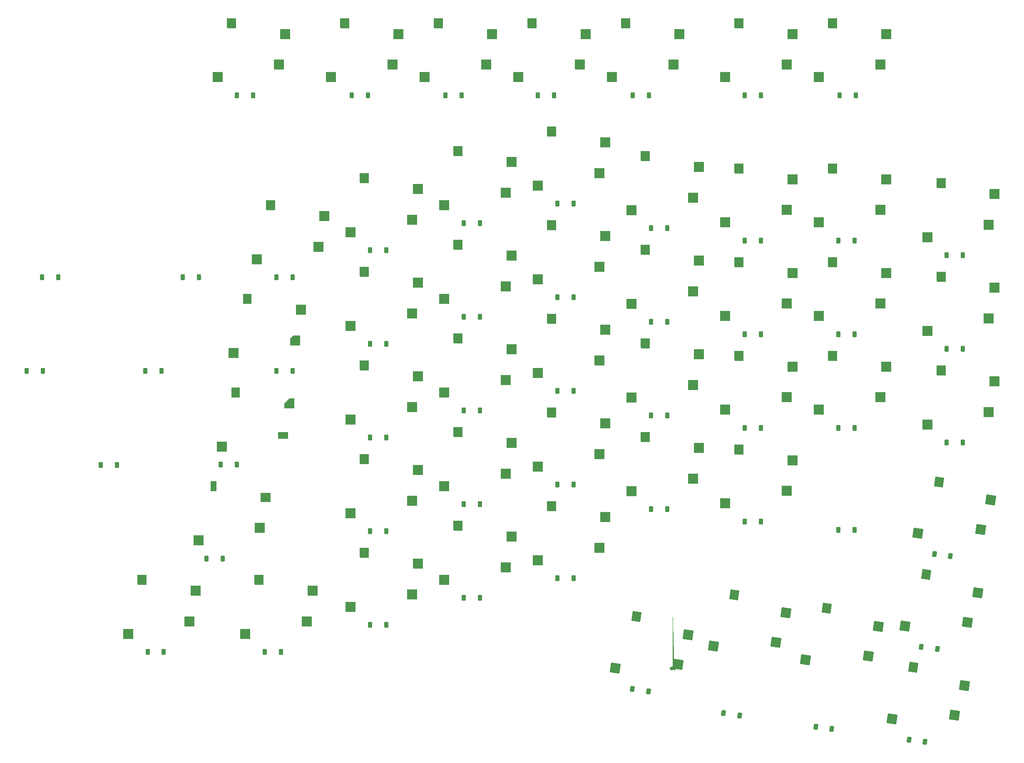
<source format=gbp>
%TF.GenerationSoftware,KiCad,Pcbnew,8.0.2*%
%TF.CreationDate,2024-06-02T17:13:22-07:00*%
%TF.ProjectId,ergodonk_simple_zero,6572676f-646f-46e6-9b5f-73696d706c65,0.2.1*%
%TF.SameCoordinates,Original*%
%TF.FileFunction,Paste,Bot*%
%TF.FilePolarity,Positive*%
%FSLAX46Y46*%
G04 Gerber Fmt 4.6, Leading zero omitted, Abs format (unit mm)*
G04 Created by KiCad (PCBNEW 8.0.2) date 2024-06-02 17:13:22*
%MOMM*%
%LPD*%
G01*
G04 APERTURE LIST*
G04 Aperture macros list*
%AMRoundRect*
0 Rectangle with rounded corners*
0 $1 Rounding radius*
0 $2 $3 $4 $5 $6 $7 $8 $9 X,Y pos of 4 corners*
0 Add a 4 corners polygon primitive as box body*
4,1,4,$2,$3,$4,$5,$6,$7,$8,$9,$2,$3,0*
0 Add four circle primitives for the rounded corners*
1,1,$1+$1,$2,$3*
1,1,$1+$1,$4,$5*
1,1,$1+$1,$6,$7*
1,1,$1+$1,$8,$9*
0 Add four rect primitives between the rounded corners*
20,1,$1+$1,$2,$3,$4,$5,0*
20,1,$1+$1,$4,$5,$6,$7,0*
20,1,$1+$1,$6,$7,$8,$9,0*
20,1,$1+$1,$8,$9,$2,$3,0*%
%AMRotRect*
0 Rectangle, with rotation*
0 The origin of the aperture is its center*
0 $1 length*
0 $2 width*
0 $3 Rotation angle, in degrees counterclockwise*
0 Add horizontal line*
21,1,$1,$2,0,0,$3*%
%AMOutline5P*
0 Free polygon, 5 corners , with rotation*
0 The origin of the aperture is its center*
0 number of corners: always 5*
0 $1 to $10 corner X, Y*
0 $11 Rotation angle, in degrees counterclockwise*
0 create outline with 5 corners*
4,1,5,$1,$2,$3,$4,$5,$6,$7,$8,$9,$10,$1,$2,$11*%
%AMOutline6P*
0 Free polygon, 6 corners , with rotation*
0 The origin of the aperture is its center*
0 number of corners: always 6*
0 $1 to $12 corner X, Y*
0 $13 Rotation angle, in degrees counterclockwise*
0 create outline with 6 corners*
4,1,6,$1,$2,$3,$4,$5,$6,$7,$8,$9,$10,$11,$12,$1,$2,$13*%
%AMOutline7P*
0 Free polygon, 7 corners , with rotation*
0 The origin of the aperture is its center*
0 number of corners: always 7*
0 $1 to $14 corner X, Y*
0 $15 Rotation angle, in degrees counterclockwise*
0 create outline with 7 corners*
4,1,7,$1,$2,$3,$4,$5,$6,$7,$8,$9,$10,$11,$12,$13,$14,$1,$2,$15*%
%AMOutline8P*
0 Free polygon, 8 corners , with rotation*
0 The origin of the aperture is its center*
0 number of corners: always 8*
0 $1 to $16 corner X, Y*
0 $17 Rotation angle, in degrees counterclockwise*
0 create outline with 8 corners*
4,1,8,$1,$2,$3,$4,$5,$6,$7,$8,$9,$10,$11,$12,$13,$14,$15,$16,$1,$2,$17*%
%AMFreePoly0*
4,1,9,-0.900000,1.000000,0.900000,1.000000,0.900000,-1.000000,-0.720000,-1.000000,-0.788883,-0.986298,-0.847279,-0.947279,-0.886298,-0.888883,-0.900000,-0.820000,-0.900000,1.000000,-0.900000,1.000000,$1*%
%AMFreePoly1*
4,1,73,0.058904,0.817006,0.085684,0.817006,0.124394,0.806633,0.148156,0.802870,0.158932,0.797378,0.173939,0.793357,0.227393,0.762496,0.245725,0.753156,0.248666,0.750214,0.253067,0.747674,0.317674,0.683067,0.320216,0.678663,0.323156,0.675724,0.332491,0.657401,0.363358,0.603939,0.367379,0.588930,0.372870,0.578155,0.376632,0.554396,0.387006,0.515684,0.387133,0.488094,
0.390000,0.469999,0.387357,0.439800,0.390000,-0.130000,0.387006,-0.175684,0.363358,-0.263939,0.317674,-0.343067,0.253067,-0.407674,0.173939,-0.453358,0.085684,-0.477006,-0.005684,-0.477006,-0.093939,-0.453358,-0.168178,-0.410496,-0.254820,-0.450898,-0.419824,-0.495111,-0.589999,-0.510000,-0.698155,-0.492870,-0.795724,-0.443156,-0.873156,-0.365725,-0.922870,-0.268156,-0.940000,-0.160001,
-0.922870,-0.051845,-0.873156,0.045724,-0.795725,0.123156,-0.698156,0.172870,-0.590001,0.190000,-0.545653,0.190000,-0.461299,0.217409,-0.389543,0.269543,-0.337409,0.341299,-0.310000,0.425653,-0.310000,0.470001,-0.309999,0.470001,-0.307006,0.515684,-0.296633,0.554394,-0.292870,0.578156,-0.287378,0.588932,-0.283358,0.603939,-0.252496,0.657393,-0.243156,0.675725,-0.240214,0.678666,
-0.237674,0.683067,-0.173067,0.747674,-0.168663,0.750216,-0.165724,0.753156,-0.147401,0.762491,-0.093939,0.793358,-0.078930,0.797379,-0.068155,0.802870,-0.044396,0.806632,-0.005684,0.817006,0.021097,0.817006,0.040001,0.820000,0.058904,0.817006,0.058904,0.817006,$1*%
G04 Aperture macros list end*
%ADD10RoundRect,0.225000X0.225000X0.375000X-0.225000X0.375000X-0.225000X-0.375000X0.225000X-0.375000X0*%
%ADD11FreePoly0,0.000000*%
%ADD12R,2.000000X2.000000*%
%ADD13RoundRect,0.225000X0.275000X0.340037X-0.170620X0.402664X-0.275000X-0.340037X0.170620X-0.402664X0*%
%ADD14FreePoly0,352.000000*%
%ADD15RotRect,2.000000X2.000000X352.000000*%
%ADD16R,1.800000X2.000000*%
%ADD17Outline5P,-1.000000X0.400000X-0.400000X1.000000X1.000000X1.000000X1.000000X-1.000000X-1.000000X-1.000000X0.000000*%
%ADD18R,2.000000X1.409996*%
%ADD19Outline5P,-1.000000X0.000000X0.000000X1.000000X1.000000X1.000000X1.000000X-1.000000X-1.000000X-1.000000X0.000000*%
%ADD20FreePoly1,172.000000*%
%ADD21R,1.300000X2.000000*%
%ADD22R,2.000000X1.858900*%
G04 APERTURE END LIST*
D10*
%TO.C,D58*%
X79176250Y-155818000D03*
X75876250Y-155818000D03*
%TD*%
D11*
%TO.C,SW31*%
X215220000Y-95568000D03*
D12*
X212420000Y-106548000D03*
X226120000Y-97768000D03*
X224920000Y-104008000D03*
%TD*%
D10*
%TO.C,D17*%
X105370000Y-79618000D03*
X102070000Y-79618000D03*
%TD*%
%TO.C,D55*%
X143470000Y-144818000D03*
X140170000Y-144818000D03*
%TD*%
D11*
%TO.C,SW55*%
X139020000Y-130168000D03*
D12*
X136220000Y-141148000D03*
X149920000Y-132368000D03*
X148720000Y-138608000D03*
%TD*%
D10*
%TO.C,D46*%
X124420000Y-131268000D03*
X121120000Y-131268000D03*
%TD*%
D13*
%TO.C,D40*%
X236495402Y-155189636D03*
X233227518Y-154730364D03*
%TD*%
D10*
%TO.C,D08*%
X57745000Y-79618000D03*
X54445000Y-79618000D03*
%TD*%
%TO.C,D15*%
X143470000Y-68618000D03*
X140170000Y-68618000D03*
%TD*%
%TO.C,D54*%
X162520000Y-140818000D03*
X159220000Y-140818000D03*
%TD*%
D11*
%TO.C,SW16*%
X119970000Y-59468000D03*
D12*
X117170000Y-70448000D03*
X130870000Y-61668000D03*
X129670000Y-67908000D03*
%TD*%
D11*
%TO.C,SW6*%
X115970000Y-27918000D03*
D12*
X113170000Y-38898000D03*
X126870000Y-30118000D03*
X125670000Y-36358000D03*
%TD*%
D10*
%TO.C,D56*%
X124420000Y-150318000D03*
X121120000Y-150318000D03*
%TD*%
%TO.C,D5*%
X139720000Y-42568000D03*
X136420000Y-42568000D03*
%TD*%
%TO.C,D13*%
X181570000Y-69618000D03*
X178270000Y-69618000D03*
%TD*%
%TO.C,D32*%
X200620000Y-110218000D03*
X197320000Y-110218000D03*
%TD*%
%TO.C,D26*%
X124420000Y-93168000D03*
X121120000Y-93168000D03*
%TD*%
D11*
%TO.C,SW14*%
X158070000Y-49968000D03*
D12*
X155270000Y-60948000D03*
X168970000Y-52168000D03*
X167770000Y-58408000D03*
%TD*%
D10*
%TO.C,D38*%
X78720000Y-98668000D03*
X75420000Y-98668000D03*
%TD*%
D11*
%TO.C,SW43*%
X177120000Y-112118000D03*
D12*
X174320000Y-123098000D03*
X188020000Y-114318000D03*
X186820000Y-120558000D03*
%TD*%
D10*
%TO.C,D7*%
X97370000Y-42568000D03*
X94070000Y-42568000D03*
%TD*%
%TO.C,D18*%
X86320000Y-79618000D03*
X83020000Y-79618000D03*
%TD*%
%TO.C,D2*%
X200620000Y-42568000D03*
X197320000Y-42568000D03*
%TD*%
D14*
%TO.C,SW50*%
X231582949Y-158941022D03*
D15*
X227282076Y-169424480D03*
X242070690Y-162636598D03*
X240013928Y-168648863D03*
%TD*%
D11*
%TO.C,SW22*%
X196170000Y-76518000D03*
D12*
X193370000Y-87498000D03*
X207070000Y-78718000D03*
X205870000Y-84958000D03*
%TD*%
D11*
%TO.C,SW4*%
X154070000Y-27918000D03*
D12*
X151270000Y-38898000D03*
X164970000Y-30118000D03*
X163770000Y-36358000D03*
%TD*%
D11*
%TO.C,SW7*%
X92920000Y-27918000D03*
D12*
X90120000Y-38898000D03*
X103820000Y-30118000D03*
X102620000Y-36358000D03*
%TD*%
D14*
%TO.C,SW52*%
X195241786Y-144152607D03*
D15*
X190940913Y-154636065D03*
X205729527Y-147848183D03*
X203672765Y-153860448D03*
%TD*%
D11*
%TO.C,SW44*%
X158070000Y-107118000D03*
D12*
X155270000Y-118098000D03*
X168970000Y-109318000D03*
X167770000Y-115558000D03*
%TD*%
D11*
%TO.C,SW26*%
X119970000Y-78518000D03*
D12*
X117170000Y-89498000D03*
X130870000Y-80718000D03*
X129670000Y-86958000D03*
%TD*%
D11*
%TO.C,SW56*%
X119970000Y-135668000D03*
D12*
X117170000Y-146648000D03*
X130870000Y-137868000D03*
X129670000Y-144108000D03*
%TD*%
D11*
%TO.C,SW46*%
X119970000Y-116618000D03*
D12*
X117170000Y-127598000D03*
X130870000Y-118818000D03*
X129670000Y-125058000D03*
%TD*%
%TO.C,SW27*%
X93357500Y-94998000D03*
D16*
X96157500Y-84018000D03*
D17*
X105857500Y-92458000D03*
D12*
X107057500Y-86218000D03*
%TD*%
D10*
%TO.C,D21*%
X219670000Y-91168000D03*
X216370000Y-91168000D03*
%TD*%
D11*
%TO.C,SW5*%
X135020000Y-27918000D03*
D12*
X132220000Y-38898000D03*
X145920000Y-30118000D03*
X144720000Y-36358000D03*
%TD*%
D11*
%TO.C,SW10*%
X237270000Y-79518000D03*
D12*
X234470000Y-90498000D03*
X248170000Y-81718000D03*
X246970000Y-87958000D03*
%TD*%
D10*
%TO.C,D37*%
X94000000Y-117703000D03*
X90700000Y-117703000D03*
%TD*%
D11*
%TO.C,SW35*%
X139020000Y-92068000D03*
D12*
X136220000Y-103048000D03*
X149920000Y-94268000D03*
X148720000Y-100508000D03*
%TD*%
D11*
%TO.C,SW15*%
X139020000Y-53968000D03*
D12*
X136220000Y-64948000D03*
X149920000Y-56168000D03*
X148720000Y-62408000D03*
%TD*%
D11*
%TO.C,SW21*%
X215220000Y-76518000D03*
D12*
X212420000Y-87498000D03*
X226120000Y-78718000D03*
X224920000Y-84958000D03*
%TD*%
D10*
%TO.C,D42*%
X200620000Y-129268000D03*
X197320000Y-129268000D03*
%TD*%
%TO.C,D33*%
X181570000Y-107718000D03*
X178270000Y-107718000D03*
%TD*%
%TO.C,D11*%
X219670000Y-72118000D03*
X216370000Y-72118000D03*
%TD*%
%TO.C,D27*%
X105350000Y-98668000D03*
X102050000Y-98668000D03*
%TD*%
D11*
%TO.C,SW17*%
X100920000Y-64968000D03*
D12*
X98120000Y-75948000D03*
X111820000Y-67168000D03*
X110620000Y-73408000D03*
%TD*%
D10*
%TO.C,D12*%
X200620000Y-72118000D03*
X197320000Y-72118000D03*
%TD*%
D14*
%TO.C,SW30*%
X236885444Y-121211808D03*
D15*
X232584571Y-131695266D03*
X247373185Y-124907384D03*
X245316423Y-130919649D03*
%TD*%
D10*
%TO.C,D25*%
X143470000Y-87668000D03*
X140170000Y-87668000D03*
%TD*%
%TO.C,D34*%
X162520000Y-102718000D03*
X159220000Y-102718000D03*
%TD*%
%TO.C,D48*%
X69660000Y-117790000D03*
X66360000Y-117790000D03*
%TD*%
D11*
%TO.C,SW57*%
X98538750Y-141168000D03*
D12*
X95738750Y-152148000D03*
X109438750Y-143368000D03*
X108238750Y-149608000D03*
%TD*%
D10*
%TO.C,D4*%
X158520000Y-42568000D03*
X155220000Y-42568000D03*
%TD*%
D13*
%TO.C,D50*%
X234017337Y-174069636D03*
X230749453Y-173610364D03*
%TD*%
D12*
%TO.C,SW37*%
X90976250Y-114033000D03*
D16*
X93776250Y-103053000D03*
D18*
X103476250Y-111787998D03*
D19*
X104676250Y-105253000D03*
%TD*%
D11*
%TO.C,SW24*%
X158070000Y-69018000D03*
D12*
X155270000Y-79998000D03*
X168970000Y-71218000D03*
X167770000Y-77458000D03*
%TD*%
D11*
%TO.C,SW1*%
X215220000Y-27918000D03*
D12*
X212420000Y-38898000D03*
X226120000Y-30118000D03*
X224920000Y-36358000D03*
%TD*%
D11*
%TO.C,SW2*%
X196170000Y-27918000D03*
D12*
X193370000Y-38898000D03*
X207070000Y-30118000D03*
X205870000Y-36358000D03*
%TD*%
D13*
%TO.C,D51*%
X215061319Y-171461935D03*
X211793435Y-171002663D03*
%TD*%
D10*
%TO.C,D0*%
X241720000Y-75118000D03*
X238420000Y-75118000D03*
%TD*%
%TO.C,D1*%
X219920000Y-42568000D03*
X216620000Y-42568000D03*
%TD*%
D11*
%TO.C,SW20*%
X237270000Y-98568000D03*
D12*
X234470000Y-109548000D03*
X248170000Y-100768000D03*
X246970000Y-107008000D03*
%TD*%
D10*
%TO.C,D47*%
X91180000Y-136780000D03*
X87880000Y-136780000D03*
%TD*%
D11*
%TO.C,SW42*%
X196170000Y-114618000D03*
D12*
X193370000Y-125598000D03*
X207070000Y-116818000D03*
X205870000Y-123058000D03*
%TD*%
D10*
%TO.C,D6*%
X120670000Y-42568000D03*
X117370000Y-42568000D03*
%TD*%
%TO.C,D24*%
X162520000Y-83668000D03*
X159220000Y-83668000D03*
%TD*%
%TO.C,D3*%
X177820000Y-42568000D03*
X174520000Y-42568000D03*
%TD*%
D11*
%TO.C,SW34*%
X158070000Y-88068000D03*
D12*
X155270000Y-99048000D03*
X168970000Y-90268000D03*
X167770000Y-96508000D03*
%TD*%
D10*
%TO.C,D16*%
X124420000Y-74118000D03*
X121120000Y-74118000D03*
%TD*%
%TO.C,D35*%
X143470000Y-106718000D03*
X140170000Y-106718000D03*
%TD*%
%TO.C,D43*%
X181570000Y-126768000D03*
X178270000Y-126768000D03*
%TD*%
D11*
%TO.C,SW0*%
X237270000Y-60468000D03*
D12*
X234470000Y-71448000D03*
X248170000Y-62668000D03*
X246970000Y-68908000D03*
%TD*%
D11*
%TO.C,SW58*%
X74726250Y-141168000D03*
D12*
X71926250Y-152148000D03*
X85626250Y-143368000D03*
X84426250Y-149608000D03*
%TD*%
D10*
%TO.C,D45*%
X143470000Y-125768000D03*
X140170000Y-125768000D03*
%TD*%
D11*
%TO.C,SW3*%
X173120000Y-27918000D03*
D12*
X170320000Y-38898000D03*
X184020000Y-30118000D03*
X182820000Y-36358000D03*
%TD*%
D10*
%TO.C,D22*%
X200620000Y-91168000D03*
X197320000Y-91168000D03*
%TD*%
D11*
%TO.C,SW36*%
X119970000Y-97568000D03*
D12*
X117170000Y-108548000D03*
X130870000Y-99768000D03*
X129670000Y-106008000D03*
%TD*%
D10*
%TO.C,D20*%
X241720000Y-113218000D03*
X238420000Y-113218000D03*
%TD*%
D14*
%TO.C,SW40*%
X234234196Y-140076415D03*
D15*
X229933323Y-150559873D03*
X244721937Y-143771991D03*
X242665175Y-149784256D03*
%TD*%
D11*
%TO.C,SW25*%
X139020000Y-73018000D03*
D12*
X136220000Y-83998000D03*
X149920000Y-75218000D03*
X148720000Y-81458000D03*
%TD*%
D10*
%TO.C,D14*%
X162520000Y-64618000D03*
X159220000Y-64618000D03*
%TD*%
D11*
%TO.C,SW32*%
X196170000Y-95568000D03*
D12*
X193370000Y-106548000D03*
X207070000Y-97768000D03*
X205870000Y-104008000D03*
%TD*%
D10*
%TO.C,D31*%
X219670000Y-110218000D03*
X216370000Y-110218000D03*
%TD*%
D11*
%TO.C,SW11*%
X215220000Y-57468000D03*
D12*
X212420000Y-68448000D03*
X226120000Y-59668000D03*
X224920000Y-65908000D03*
%TD*%
D11*
%TO.C,SW54*%
X158070000Y-126168000D03*
D12*
X155270000Y-137148000D03*
X168970000Y-128368000D03*
X167770000Y-134608000D03*
%TD*%
D10*
%TO.C,D28*%
X54570000Y-98668000D03*
X51270000Y-98668000D03*
%TD*%
%TO.C,D44*%
X162520000Y-121768000D03*
X159220000Y-121768000D03*
%TD*%
D13*
%TO.C,D52*%
X196283969Y-168711658D03*
X193016085Y-168252386D03*
%TD*%
D14*
%TO.C,SW53*%
X175320535Y-148629203D03*
D15*
X171019662Y-159112661D03*
X185808276Y-152324779D03*
X183751514Y-158337044D03*
D20*
X183036112Y-159044363D03*
%TD*%
D10*
%TO.C,D36*%
X124420000Y-112218000D03*
X121120000Y-112218000D03*
%TD*%
%TO.C,D41*%
X219700000Y-130990000D03*
X216400000Y-130990000D03*
%TD*%
%TO.C,D23*%
X181570000Y-88668000D03*
X178270000Y-88668000D03*
%TD*%
D13*
%TO.C,D30*%
X239175402Y-136339636D03*
X235907518Y-135880364D03*
%TD*%
D11*
%TO.C,SW45*%
X139020000Y-111118000D03*
D12*
X136220000Y-122098000D03*
X149920000Y-113318000D03*
X148720000Y-119558000D03*
%TD*%
D14*
%TO.C,SW51*%
X214019136Y-146902884D03*
D15*
X209718263Y-157386342D03*
X224506877Y-150598460D03*
X222450115Y-156610725D03*
%TD*%
D11*
%TO.C,SW23*%
X177120000Y-74018000D03*
D12*
X174320000Y-84998000D03*
X188020000Y-76218000D03*
X186820000Y-82458000D03*
%TD*%
D11*
%TO.C,SW13*%
X177120000Y-54968000D03*
D12*
X174320000Y-65948000D03*
X188020000Y-57168000D03*
X186820000Y-63408000D03*
%TD*%
D11*
%TO.C,SW33*%
X177120000Y-93068000D03*
D12*
X174320000Y-104048000D03*
X188020000Y-95268000D03*
X186820000Y-101508000D03*
%TD*%
D11*
%TO.C,SW12*%
X196170000Y-57468000D03*
D12*
X193370000Y-68448000D03*
X207070000Y-59668000D03*
X205870000Y-65908000D03*
%TD*%
D10*
%TO.C,D10*%
X241720000Y-94168000D03*
X238420000Y-94168000D03*
%TD*%
%TO.C,D57*%
X102988750Y-155818000D03*
X99688750Y-155818000D03*
%TD*%
D12*
%TO.C,SW47*%
X86213750Y-133098000D03*
D21*
X89263750Y-122118000D03*
D12*
X98713750Y-130558000D03*
D22*
X99913750Y-124388550D03*
%TD*%
D13*
%TO.C,D53*%
X177773942Y-163789636D03*
X174506058Y-163330364D03*
%TD*%
M02*

</source>
